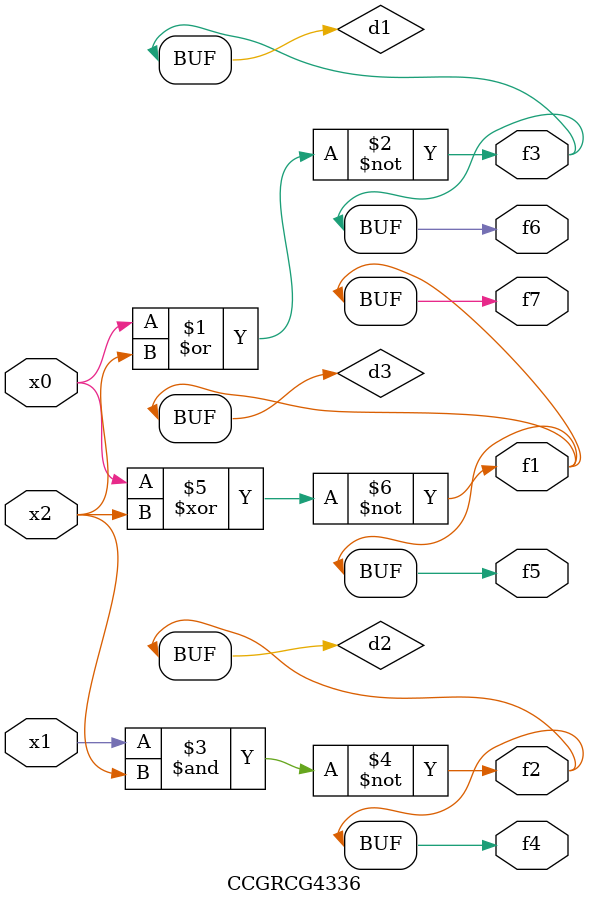
<source format=v>
module CCGRCG4336(
	input x0, x1, x2,
	output f1, f2, f3, f4, f5, f6, f7
);

	wire d1, d2, d3;

	nor (d1, x0, x2);
	nand (d2, x1, x2);
	xnor (d3, x0, x2);
	assign f1 = d3;
	assign f2 = d2;
	assign f3 = d1;
	assign f4 = d2;
	assign f5 = d3;
	assign f6 = d1;
	assign f7 = d3;
endmodule

</source>
